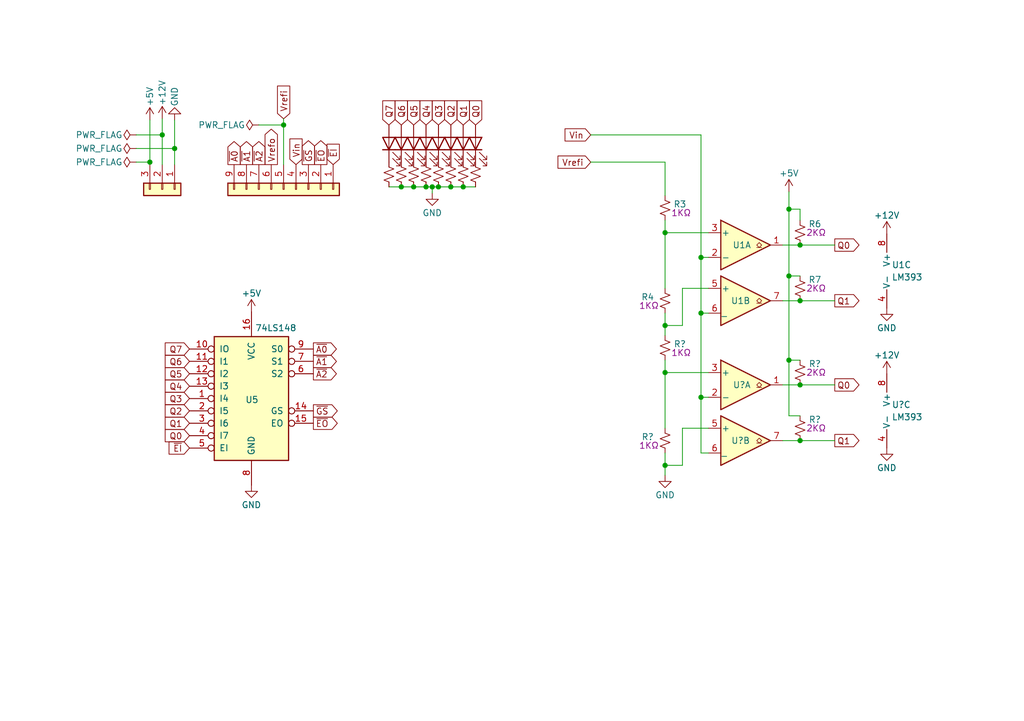
<source format=kicad_sch>
(kicad_sch (version 20211123) (generator eeschema)
  (paper "A5")
  (lib_symbols
    (symbol "74xx:74LS148" (pin_names (offset 1.016))
      (property "Reference" "U" (at -7.62 13.97 0))
      (property "Value" "74LS148" (at -7.62 -13.97 0))
      (symbol "74LS148_1_0"
        (pin input inverted (at -12.7 0 0) (length 5.08) (name "I4") (number "1"))
        (pin input inverted (at -12.7 10.16 0) (length 5.08) (name "IO") (number "10"))
        (pin input inverted (at -12.7 7.62 0) (length 5.08) (name "I1") (number "11"))
        (pin input inverted (at -12.7 5.08 0) (length 5.08) (name "I2") (number "12"))
        (pin input inverted (at -12.7 2.54 0) (length 5.08) (name "I3") (number "13"))
        (pin output inverted (at 12.7 -2.54 180) (length 5.08) (name "GS") (number "14"))
        (pin output inverted (at 12.7 -5.08 180) (length 5.08) (name "EO") (number "15"))
        (pin power_in line (at 0 17.78 270) (length 5.08) (name "VCC") (number "16"))
        (pin input inverted (at -12.7 -2.54 0) (length 5.08) (name "I5") (number "2"))
        (pin input inverted (at -12.7 -5.08 0) (length 5.08) (name "I6") (number "3"))
        (pin input inverted (at -12.7 -7.62 0) (length 5.08) (name "I7") (number "4"))
        (pin input inverted (at -12.7 -10.16 0) (length 5.08) (name "EI") (number "5"))
        (pin output inverted (at 12.7 5.08 180) (length 5.08) (name "S2") (number "6"))
        (pin output inverted (at 12.7 7.62 180) (length 5.08) (name "S1") (number "7"))
        (pin power_in line (at 0 -17.78 90) (length 5.08) (name "GND") (number "8"))
        (pin output inverted (at 12.7 10.16 180) (length 5.08) (name "S0") (number "9"))
      )
      (symbol "74LS148_1_1"
        (rectangle (start -7.62 12.7) (end 7.62 -12.7) (stroke (width 0.254)) (fill (type background)))
      )
    )
    (symbol "Comparator:LM393" (pin_names (offset 0.127))
      (property "Reference" "U" (at 3.81 3.81 0))
      (property "Value" "LM393" (at 6.35 -3.81 0))
      (symbol "LM393_1_1"
        (polyline (pts (xy -5.08 5.08) (xy 5.08 0) (xy -5.08 -5.08) (xy -5.08 5.08)) (stroke (width 0.254)) (fill (type background)))
        (polyline (pts (xy 3.302 -0.508) (xy 2.794 -0.508) (xy 3.302 0) (xy 2.794 0.508) (xy 2.286 0) (xy 2.794 -0.508) (xy 2.286 -0.508)) (stroke (width 0.127)))
        (pin open_collector line (at 7.62 0 180) (length 2.54) (name "~") (number "1"))
        (pin input line (at -7.62 -2.54 0) (length 2.54) (name "-") (number "2"))
        (pin input line (at -7.62 2.54 0) (length 2.54) (name "+") (number "3"))
      )
      (symbol "LM393_2_1"
        (polyline (pts (xy -5.08 5.08) (xy 5.08 0) (xy -5.08 -5.08) (xy -5.08 5.08)) (stroke (width 0.254)) (fill (type background)))
        (polyline (pts (xy 3.302 -0.508) (xy 2.794 -0.508) (xy 3.302 0) (xy 2.794 0.508) (xy 2.286 0) (xy 2.794 -0.508) (xy 2.286 -0.508)) (stroke (width 0.127)))
        (pin input line (at -7.62 2.54 0) (length 2.54) (name "+") (number "5"))
        (pin input line (at -7.62 -2.54 0) (length 2.54) (name "_") (number "6"))
        (pin open_collector line (at 7.62 0 180) (length 2.54) (name "~") (number "7"))
      )
      (symbol "LM393_3_1"
        (pin power_in line (at -2.54 -7.62 90) (length 3.81) (name "V-") (number "4"))
        (pin power_in line (at -2.54 7.62 270) (length 3.81) (name "V+") (number "8"))
      )
    )
    (symbol "Connector_Generic:Conn_01x03" (pin_names (offset 1.016) hide)
      (property "Reference" "J" (at 0 5.08 0))
      (property "Value" "Conn_01x03" (at 0 -5.08 0))
      (symbol "Conn_01x03_1_1"
        (rectangle (start -1.27 -2.413) (end 0 -2.667) (stroke (width 0.1524)))
        (rectangle (start -1.27 0.127) (end 0 -0.127) (stroke (width 0.1524)))
        (rectangle (start -1.27 2.667) (end 0 2.413) (stroke (width 0.1524)))
        (rectangle (start -1.27 3.81) (end 1.27 -3.81) (stroke (width 0.254)) (fill (type background)))
        (pin passive line (at -5.08 2.54 0) (length 3.81) (name "Pin_1") (number "1"))
        (pin passive line (at -5.08 0 0) (length 3.81) (name "Pin_2") (number "2"))
        (pin passive line (at -5.08 -2.54 0) (length 3.81) (name "Pin_3") (number "3"))
      )
    )
    (symbol "Connector_Generic:Conn_01x09" (pin_names (offset 1.016) hide)
      (property "Reference" "J" (at 0 12.7 0))
      (property "Value" "Conn_01x09" (at 0 -12.7 0))
      (symbol "Conn_01x09_1_1"
        (rectangle (start -1.27 -10.033) (end 0 -10.287) (stroke (width 0.1524)))
        (rectangle (start -1.27 -7.493) (end 0 -7.747) (stroke (width 0.1524)))
        (rectangle (start -1.27 -4.953) (end 0 -5.207) (stroke (width 0.1524)))
        (rectangle (start -1.27 -2.413) (end 0 -2.667) (stroke (width 0.1524)))
        (rectangle (start -1.27 0.127) (end 0 -0.127) (stroke (width 0.1524)))
        (rectangle (start -1.27 2.667) (end 0 2.413) (stroke (width 0.1524)))
        (rectangle (start -1.27 5.207) (end 0 4.953) (stroke (width 0.1524)))
        (rectangle (start -1.27 7.747) (end 0 7.493) (stroke (width 0.1524)))
        (rectangle (start -1.27 10.287) (end 0 10.033) (stroke (width 0.1524)))
        (rectangle (start -1.27 11.43) (end 1.27 -11.43) (stroke (width 0.254)) (fill (type background)))
        (pin passive line (at -5.08 10.16 0) (length 3.81) (name "Pin_1") (number "1"))
        (pin passive line (at -5.08 7.62 0) (length 3.81) (name "Pin_2") (number "2"))
        (pin passive line (at -5.08 5.08 0) (length 3.81) (name "Pin_3") (number "3"))
        (pin passive line (at -5.08 2.54 0) (length 3.81) (name "Pin_4") (number "4"))
        (pin passive line (at -5.08 0 0) (length 3.81) (name "Pin_5") (number "5"))
        (pin passive line (at -5.08 -2.54 0) (length 3.81) (name "Pin_6") (number "6"))
        (pin passive line (at -5.08 -5.08 0) (length 3.81) (name "Pin_7") (number "7"))
        (pin passive line (at -5.08 -7.62 0) (length 3.81) (name "Pin_8") (number "8"))
        (pin passive line (at -5.08 -10.16 0) (length 3.81) (name "Pin_9") (number "9"))
      )
    )
    (symbol "Device:LED" (pin_numbers hide) (pin_names (offset 1.016) hide)
      (property "Reference" "D" (at 0 2.54 0))
      (property "Value" "LED" (at 0 -2.54 0))
      (symbol "LED_0_1"
        (polyline (pts (xy -1.27 -1.27) (xy -1.27 1.27)) (stroke (width 0.254)))
        (polyline (pts (xy -1.27 0) (xy 1.27 0)))
        (polyline (pts (xy 1.27 -1.27) (xy 1.27 1.27) (xy -1.27 0) (xy 1.27 -1.27)) (stroke (width 0.254)))
        (polyline (pts (xy -3.048 -0.762) (xy -4.572 -2.286) (xy -3.81 -2.286) (xy -4.572 -2.286) (xy -4.572 -1.524)))
        (polyline (pts (xy -1.778 -0.762) (xy -3.302 -2.286) (xy -2.54 -2.286) (xy -3.302 -2.286) (xy -3.302 -1.524)))
      )
      (symbol "LED_1_1"
        (pin passive line (at -3.81 0 0) (length 2.54) (name "K") (number "1"))
        (pin passive line (at 3.81 0 180) (length 2.54) (name "A") (number "2"))
      )
    )
    (symbol "Device:R_Small_US" (pin_numbers hide) (pin_names (offset 0.254) hide)
      (property "Reference" "R" (at 0.762 0.508 0))
      (property "Value" "R_Small_US" (at 0.762 -1.016 0))
      (symbol "R_Small_US_1_1"
        (polyline (pts (xy 0 0) (xy 1.016 -0.381) (xy 0 -0.762) (xy -1.016 -1.143) (xy 0 -1.524)))
        (polyline (pts (xy 0 1.524) (xy 1.016 1.143) (xy 0 0.762) (xy -1.016 0.381) (xy 0 0)))
        (pin passive line (at 0 2.54 270) (length 1.016) (name "~") (number "1"))
        (pin passive line (at 0 -2.54 90) (length 1.016) (name "~") (number "2"))
      )
    )
    (symbol "power:+12V" (power) (pin_names (offset 0))
      (property "Value" "+12V" (at 0 3.556 0))
      (symbol "+12V_0_1"
        (polyline (pts (xy -0.762 1.27) (xy 0 2.54)))
        (polyline (pts (xy 0 0) (xy 0 2.54)))
        (polyline (pts (xy 0 2.54) (xy 0.762 1.27)))
      )
      (symbol "+12V_1_1"
        (pin power_in line (at 0 0 90) (length 0) hide (name "+12V") (number "1"))
      )
    )
    (symbol "power:+5V" (power) (pin_names (offset 0))
      (property "Value" "+5V" (at 0 3.556 0))
      (symbol "+5V_0_1"
        (polyline (pts (xy -0.762 1.27) (xy 0 2.54)))
        (polyline (pts (xy 0 0) (xy 0 2.54)))
        (polyline (pts (xy 0 2.54) (xy 0.762 1.27)))
      )
      (symbol "+5V_1_1"
        (pin power_in line (at 0 0 90) (length 0) hide (name "+5V") (number "1"))
      )
    )
    (symbol "power:GND" (power) (pin_names (offset 0))
      (property "Value" "GND" (at 0 -3.81 0))
      (symbol "GND_0_1"
        (polyline (pts (xy 0 0) (xy 0 -1.27) (xy 1.27 -1.27) (xy 0 -2.54) (xy -1.27 -1.27) (xy 0 -1.27)))
      )
      (symbol "GND_1_1"
        (pin power_in line (at 0 0 270) (length 0) hide (name "GND") (number "1"))
      )
    )
    (symbol "power:PWR_FLAG" (power) (pin_numbers hide) (pin_names (offset 0) hide)
      (property "Value" "PWR_FLAG" (at 0 3.81 0))
      (symbol "PWR_FLAG_0_0"
        (pin power_out line (at 0 0 90) (length 0) (name "pwr") (number "1"))
      )
      (symbol "PWR_FLAG_0_1"
        (polyline (pts (xy 0 0) (xy 0 1.27) (xy -1.016 1.905) (xy 0 2.54) (xy 1.016 1.905) (xy 0 1.27)))
      )
    )
  )
  (junction (at 35.814 30.48))
  (junction (at 143.764 81.534))
  (junction (at 136.398 76.454))
  (junction (at 136.398 95.504))
  (junction (at 136.398 66.802))
  (junction (at 136.398 47.752))
  (junction (at 164.084 50.292))
  (junction (at 58.166 25.654))
  (junction (at 164.084 90.424))
  (junction (at 164.084 61.722))
  (junction (at 161.798 42.926))
  (junction (at 33.274 27.686))
  (junction (at 161.798 56.642))
  (junction (at 84.836 38.354))
  (junction (at 164.084 78.994))
  (junction (at 161.798 73.914))
  (junction (at 30.734 33.274))
  (junction (at 94.996 38.354))
  (junction (at 143.764 64.262))
  (junction (at 82.296 38.354))
  (junction (at 87.376 38.354))
  (junction (at 92.456 38.354))
  (junction (at 143.764 52.832))
  (junction (at 88.646 38.354))
  (junction (at 89.916 38.354))
  (wire (pts (xy 139.954 66.802) (xy 136.398 66.802)))
  (wire (pts (xy 161.798 39.37) (xy 161.798 42.926)))
  (wire (pts (xy 143.764 27.686) (xy 143.764 52.832)))
  (wire (pts (xy 88.646 38.354) (xy 89.916 38.354)))
  (wire (pts (xy 121.158 27.686) (xy 143.764 27.686)))
  (wire (pts (xy 164.084 78.994) (xy 171.196 78.994)))
  (wire (pts (xy 164.084 73.914) (xy 161.798 73.914)))
  (wire (pts (xy 121.158 33.274) (xy 136.398 33.274)))
  (wire (pts (xy 160.528 61.722) (xy 164.084 61.722)))
  (wire (pts (xy 79.756 38.354) (xy 82.296 38.354)))
  (wire (pts (xy 161.798 42.926) (xy 164.084 42.926)))
  (wire (pts (xy 136.398 76.454) (xy 145.288 76.454)))
  (wire (pts (xy 145.288 59.182) (xy 139.954 59.182)))
  (wire (pts (xy 136.398 92.964) (xy 136.398 95.504)))
  (wire (pts (xy 92.456 38.354) (xy 94.996 38.354)))
  (wire (pts (xy 164.084 50.292) (xy 171.196 50.292)))
  (wire (pts (xy 88.646 39.624) (xy 88.646 38.354)))
  (wire (pts (xy 136.398 45.212) (xy 136.398 47.752)))
  (wire (pts (xy 82.296 38.354) (xy 84.836 38.354)))
  (wire (pts (xy 136.398 76.454) (xy 136.398 87.884)))
  (wire (pts (xy 30.734 33.274) (xy 30.734 33.782)))
  (wire (pts (xy 161.798 85.344) (xy 164.084 85.344)))
  (wire (pts (xy 136.398 66.802) (xy 136.398 68.834)))
  (wire (pts (xy 53.086 25.654) (xy 58.166 25.654)))
  (wire (pts (xy 143.764 81.534) (xy 143.764 92.964)))
  (wire (pts (xy 136.398 47.752) (xy 145.288 47.752)))
  (wire (pts (xy 136.398 73.914) (xy 136.398 76.454)))
  (wire (pts (xy 35.814 24.638) (xy 35.814 30.48)))
  (wire (pts (xy 145.288 52.832) (xy 143.764 52.832)))
  (wire (pts (xy 164.084 61.722) (xy 171.196 61.722)))
  (wire (pts (xy 35.814 30.48) (xy 35.814 33.782)))
  (wire (pts (xy 84.836 38.354) (xy 87.376 38.354)))
  (wire (pts (xy 30.734 24.638) (xy 30.734 33.274)))
  (wire (pts (xy 160.528 50.292) (xy 164.084 50.292)))
  (wire (pts (xy 58.166 25.654) (xy 58.166 33.782)))
  (wire (pts (xy 164.084 42.926) (xy 164.084 45.212)))
  (wire (pts (xy 136.398 47.752) (xy 136.398 59.182)))
  (wire (pts (xy 164.084 90.424) (xy 171.196 90.424)))
  (wire (pts (xy 136.398 95.504) (xy 136.398 97.536)))
  (wire (pts (xy 143.764 64.262) (xy 145.288 64.262)))
  (wire (pts (xy 160.528 90.424) (xy 164.084 90.424)))
  (wire (pts (xy 145.288 87.884) (xy 139.954 87.884)))
  (wire (pts (xy 161.798 73.914) (xy 161.798 56.642)))
  (wire (pts (xy 87.376 38.354) (xy 88.646 38.354)))
  (wire (pts (xy 161.798 56.642) (xy 164.084 56.642)))
  (wire (pts (xy 161.798 73.914) (xy 161.798 85.344)))
  (wire (pts (xy 139.954 59.182) (xy 139.954 66.802)))
  (wire (pts (xy 143.764 52.832) (xy 143.764 64.262)))
  (wire (pts (xy 145.288 81.534) (xy 143.764 81.534)))
  (wire (pts (xy 139.954 87.884) (xy 139.954 95.504)))
  (wire (pts (xy 30.734 33.274) (xy 27.94 33.274)))
  (wire (pts (xy 89.916 38.354) (xy 92.456 38.354)))
  (wire (pts (xy 161.798 42.926) (xy 161.798 56.642)))
  (wire (pts (xy 27.94 30.48) (xy 35.814 30.48)))
  (wire (pts (xy 143.764 92.964) (xy 145.288 92.964)))
  (wire (pts (xy 136.398 64.262) (xy 136.398 66.802)))
  (wire (pts (xy 27.94 27.686) (xy 33.274 27.686)))
  (wire (pts (xy 136.398 33.274) (xy 136.398 40.132)))
  (wire (pts (xy 160.528 78.994) (xy 164.084 78.994)))
  (wire (pts (xy 33.274 24.384) (xy 33.274 27.686)))
  (wire (pts (xy 143.764 64.262) (xy 143.764 81.534)))
  (wire (pts (xy 33.274 27.686) (xy 33.274 33.782)))
  (wire (pts (xy 94.996 38.354) (xy 97.536 38.354)))
  (wire (pts (xy 139.954 95.504) (xy 136.398 95.504)))
  (wire (pts (xy 58.166 24.384) (xy 58.166 25.654)))
  (global_label "Q1" (shape input) (at 94.996 25.654 90) (property "Intersheet References" "${INTERSHEET_REFS}" (effects hide)))
  (global_label "~{A2}" (shape output) (at 53.086 33.782 90) (property "Intersheet References" "${INTERSHEET_REFS}" (effects hide)))
  (global_label "Q6" (shape input) (at 82.296 25.654 90) (property "Intersheet References" "${INTERSHEET_REFS}" (effects hide)))
  (global_label "Q5" (shape input) (at 38.862 76.708 180) (property "Intersheet References" "${INTERSHEET_REFS}" (effects hide)))
  (global_label "Vrefi" (shape input) (at 121.158 33.274 180) (property "Intersheet References" "${INTERSHEET_REFS}" (effects hide)))
  (global_label "Q0" (shape output) (at 171.196 50.292 0) (property "Intersheet References" "${INTERSHEET_REFS}" (effects hide)))
  (global_label "Vin" (shape input) (at 121.158 27.686 180) (property "Intersheet References" "${INTERSHEET_REFS}" (effects hide)))
  (global_label "Q1" (shape output) (at 171.196 90.424 0) (property "Intersheet References" "${INTERSHEET_REFS}" (effects hide)))
  (global_label "Q0" (shape output) (at 171.196 78.994 0) (property "Intersheet References" "${INTERSHEET_REFS}" (effects hide)))
  (global_label "~{A0}" (shape output) (at 48.006 33.782 90) (property "Intersheet References" "${INTERSHEET_REFS}" (effects hide)))
  (global_label "~{EO}" (shape output) (at 64.262 86.868 0) (property "Intersheet References" "${INTERSHEET_REFS}" (effects hide)))
  (global_label "Q0" (shape input) (at 97.536 25.654 90) (property "Intersheet References" "${INTERSHEET_REFS}" (effects hide)))
  (global_label "~{A0}" (shape output) (at 64.262 71.628 0) (property "Intersheet References" "${INTERSHEET_REFS}" (effects hide)))
  (global_label "~{A1}" (shape output) (at 50.546 33.782 90) (property "Intersheet References" "${INTERSHEET_REFS}" (effects hide)))
  (global_label "Vrefi" (shape input) (at 58.166 24.384 90) (property "Intersheet References" "${INTERSHEET_REFS}" (effects hide)))
  (global_label "Q2" (shape input) (at 38.862 84.328 180) (property "Intersheet References" "${INTERSHEET_REFS}" (effects hide)))
  (global_label "~{EI}" (shape input) (at 68.326 33.782 90) (property "Intersheet References" "${INTERSHEET_REFS}" (effects hide)))
  (global_label "Q4" (shape input) (at 87.376 25.654 90) (property "Intersheet References" "${INTERSHEET_REFS}" (effects hide)))
  (global_label "Q7" (shape input) (at 38.862 71.628 180) (property "Intersheet References" "${INTERSHEET_REFS}" (effects hide)))
  (global_label "~{GS}" (shape output) (at 64.262 84.328 0) (property "Intersheet References" "${INTERSHEET_REFS}" (effects hide)))
  (global_label "~{GS}" (shape output) (at 63.246 33.782 90) (property "Intersheet References" "${INTERSHEET_REFS}" (effects hide)))
  (global_label "Q0" (shape input) (at 38.862 89.408 180) (property "Intersheet References" "${INTERSHEET_REFS}" (effects hide)))
  (global_label "Vin" (shape input) (at 60.706 33.782 90) (property "Intersheet References" "${INTERSHEET_REFS}" (effects hide)))
  (global_label "Q2" (shape input) (at 92.456 25.654 90) (property "Intersheet References" "${INTERSHEET_REFS}" (effects hide)))
  (global_label "Q5" (shape input) (at 84.836 25.654 90) (property "Intersheet References" "${INTERSHEET_REFS}" (effects hide)))
  (global_label "Q3" (shape input) (at 38.862 81.788 180) (property "Intersheet References" "${INTERSHEET_REFS}" (effects hide)))
  (global_label "Q1" (shape input) (at 38.862 86.868 180) (property "Intersheet References" "${INTERSHEET_REFS}" (effects hide)))
  (global_label "Q6" (shape input) (at 38.862 74.168 180) (property "Intersheet References" "${INTERSHEET_REFS}" (effects hide)))
  (global_label "Q1" (shape output) (at 171.196 61.722 0) (property "Intersheet References" "${INTERSHEET_REFS}" (effects hide)))
  (global_label "~{EO}" (shape output) (at 65.786 33.782 90) (property "Intersheet References" "${INTERSHEET_REFS}" (effects hide)))
  (global_label "Q4" (shape input) (at 38.862 79.248 180) (property "Intersheet References" "${INTERSHEET_REFS}" (effects hide)))
  (global_label "Q3" (shape input) (at 89.916 25.654 90) (property "Intersheet References" "${INTERSHEET_REFS}" (effects hide)))
  (global_label "~{A1}" (shape output) (at 64.262 74.168 0) (property "Intersheet References" "${INTERSHEET_REFS}" (effects hide)))
  (global_label "Q7" (shape input) (at 79.756 25.654 90) (property "Intersheet References" "${INTERSHEET_REFS}" (effects hide)))
  (global_label "~{A2}" (shape output) (at 64.262 76.708 0) (property "Intersheet References" "${INTERSHEET_REFS}" (effects hide)))
  (global_label "~{EI}" (shape input) (at 38.862 91.948 180) (property "Intersheet References" "${INTERSHEET_REFS}" (effects hide)))
  (global_label "Vrefo" (shape output) (at 55.626 33.782 90) (property "Intersheet References" "${INTERSHEET_REFS}" (effects hide)))
  (symbol (lib_id "Connector_Generic:Conn_01x03") (at 33.274 38.862 270) (unit 1)
    (property "Reference" "J1" (effects hide))
    (property "Value" "Conn_01x03" (effects hide))
    (property "Footprint" "Connector_PinHeader_2.54mm:PinHeader_1x03_P2.54mm_Vertical" (effects hide))
  )
  (symbol (lib_id "power:GND") (at 35.814 24.638 180) (unit 1)
    (property "Reference" "#PWR05" (effects hide))
    (property "Value" "GND" (at 35.814 17.78 90) (effects (justify left)))
  )
  (symbol (lib_id "Device:LED") (at 84.836 29.464 90) (unit 1)
    (property "Reference" "D3" (effects hide))
    (property "Value" "LED" (effects hide))
    (property "Footprint" "LED_SMD:LED_0805_2012Metric" (effects hide))
  )
  (symbol (lib_id "power:+12V") (at 33.274 24.384 0) (unit 1)
    (property "Reference" "#PWR04" (effects hide))
    (property "Value" "+12V" (at 33.274 19.05 90))
  )
  (symbol (lib_id "Comparator:LM393") (at 184.404 55.626 0) (unit 3)
    (property "Reference" "U1" (at 182.88 54.3559 0) (effects (justify left)))
    (property "Value" "LM393" (at 182.88 56.8959 0) (effects (justify left)))
    (property "Footprint" "Package_SO:SOIC-8_3.9x4.9mm_P1.27mm" (effects hide))
    (property "Datasheet" "http://www.ti.com/lit/ds/symlink/lm393.pdf" (effects hide))
  )
  (symbol (lib_id "power:GND") (at 181.864 91.948 0) (unit 1)
    (property "Reference" "#PWR?" (effects hide))
    (property "Value" "GND" (at 181.864 96.012 0))
  )
  (symbol (lib_id "power:GND") (at 88.646 39.624 0) (unit 1)
    (property "Reference" "#PWR07" (effects hide))
    (property "Value" "GND" (at 88.646 43.688 0))
  )
  (symbol (lib_id "power:GND") (at 51.562 99.568 0) (unit 1)
    (property "Reference" "#PWR020" (effects hide))
    (property "Value" "GND" (at 51.562 103.632 0))
  )
  (symbol (lib_id "Comparator:LM393") (at 152.908 90.424 0) (unit 2)
    (property "Reference" "U?" (at 151.892 90.424 0))
    (property "Value" "LM393" (effects hide))
    (property "Footprint" "Package_SO:SOIC-8_3.9x4.9mm_P1.27mm" (effects hide))
    (property "Datasheet" "http://www.ti.com/lit/ds/symlink/lm393.pdf" (effects hide))
  )
  (symbol (lib_id "Device:R_Small_US") (at 136.398 71.374 0) (unit 1)
    (property "Reference" "R?" (at 139.446 70.612 0))
    (property "Value" "R_Small_US" (effects hide))
    (property "Footprint" "Resistor_SMD:R_0805_2012Metric" (effects hide))
    (property "Field4" "1KΩ" (at 139.7 72.39 0))
  )
  (symbol (lib_id "power:+5V") (at 161.798 39.37 0) (unit 1)
    (property "Reference" "#PWR06" (effects hide))
    (property "Value" "+5V" (at 159.766 35.56 0) (effects (justify left)))
  )
  (symbol (lib_id "Device:R_Small_US") (at 164.084 47.752 180) (unit 1)
    (property "Reference" "R6" (at 167.132 45.974 0))
    (property "Value" "R_Small_US" (effects hide))
    (property "Footprint" "Resistor_SMD:R_0805_2012Metric" (effects hide))
    (property "Field4" "2KΩ" (at 167.386 47.752 0))
  )
  (symbol (lib_id "Comparator:LM393") (at 152.908 50.292 0) (unit 1)
    (property "Reference" "U1" (at 152.146 50.292 0))
    (property "Value" "LM393" (effects hide))
    (property "Footprint" "Package_SO:SOIC-8_3.9x4.9mm_P1.27mm" (effects hide))
    (property "Datasheet" "http://www.ti.com/lit/ds/symlink/lm393.pdf" (effects hide))
  )
  (symbol (lib_id "power:+12V") (at 181.864 76.708 0) (unit 1)
    (property "Reference" "#PWR?" (effects hide))
    (property "Value" "+12V" (at 181.864 72.898 0))
  )
  (symbol (lib_id "power:GND") (at 136.398 97.536 0) (unit 1)
    (property "Reference" "#PWR?" (effects hide))
    (property "Value" "GND" (at 136.398 101.6 0))
  )
  (symbol (lib_id "Device:R_Small_US") (at 94.996 35.814 0) (unit 1)
    (property "Reference" "R13" (effects hide))
    (property "Value" "R_Small_US" (effects hide))
    (property "Footprint" "Resistor_SMD:R_0805_2012Metric" (effects hide))
  )
  (symbol (lib_id "Comparator:LM393") (at 184.404 84.328 0) (unit 3)
    (property "Reference" "U?" (at 182.88 83.0579 0) (effects (justify left)))
    (property "Value" "LM393" (at 182.88 85.5979 0) (effects (justify left)))
    (property "Footprint" "Package_SO:SOIC-8_3.9x4.9mm_P1.27mm" (effects hide))
    (property "Datasheet" "http://www.ti.com/lit/ds/symlink/lm393.pdf" (effects hide))
  )
  (symbol (lib_id "Device:LED") (at 79.756 29.464 90) (unit 1)
    (property "Reference" "D1" (effects hide))
    (property "Value" "LED" (effects hide))
    (property "Footprint" "LED_SMD:LED_0805_2012Metric" (effects hide))
  )
  (symbol (lib_id "74xx:74LS148") (at 51.562 81.788 0) (unit 1)
    (property "Reference" "U5" (at 50.292 82.042 0) (effects (justify left)))
    (property "Value" "74LS148" (at 52.324 67.31 0) (effects (justify left)))
    (property "Footprint" "Package_SO:SOIC-16_3.9x9.9mm_P1.27mm" (effects hide))
    (property "Datasheet" "http://www.ti.com/lit/gpn/sn74LS148" (effects hide))
  )
  (symbol (lib_id "Comparator:LM393") (at 152.908 78.994 0) (unit 1)
    (property "Reference" "U?" (at 152.146 78.994 0))
    (property "Value" "LM393" (effects hide))
    (property "Footprint" "Package_SO:SOIC-8_3.9x4.9mm_P1.27mm" (effects hide))
    (property "Datasheet" "http://www.ti.com/lit/ds/symlink/lm393.pdf" (effects hide))
  )
  (symbol (lib_id "power:PWR_FLAG") (at 27.94 33.274 90) (unit 1)
    (property "Reference" "#FLG03" (effects hide))
    (property "Value" "PWR_FLAG" (at 25.146 33.274 90) (effects (justify left)))
  )
  (symbol (lib_id "power:+5V") (at 51.562 64.008 0) (unit 1)
    (property "Reference" "#PWR019" (effects hide))
    (property "Value" "+5V" (at 49.53 60.198 0) (effects (justify left)))
  )
  (symbol (lib_id "Device:R_Small_US") (at 92.456 35.814 0) (unit 1)
    (property "Reference" "R12" (effects hide))
    (property "Value" "R_Small_US" (effects hide))
    (property "Footprint" "Resistor_SMD:R_0805_2012Metric" (effects hide))
  )
  (symbol (lib_id "power:PWR_FLAG") (at 53.086 25.654 90) (unit 1)
    (property "Reference" "#FLG04" (effects hide))
    (property "Value" "PWR_FLAG" (at 50.292 25.654 90) (effects (justify left)))
  )
  (symbol (lib_id "Device:R_Small_US") (at 79.756 35.814 0) (unit 1)
    (property "Reference" "R5" (effects hide))
    (property "Value" "R_Small_US" (effects hide))
    (property "Footprint" "Resistor_SMD:R_0805_2012Metric" (effects hide))
  )
  (symbol (lib_id "Device:R_Small_US") (at 164.084 76.454 180) (unit 1)
    (property "Reference" "R?" (at 167.132 74.676 0))
    (property "Value" "R_Small_US" (effects hide))
    (property "Footprint" "Resistor_SMD:R_0805_2012Metric" (effects hide))
    (property "Field4" "2KΩ" (at 167.386 76.454 0))
  )
  (symbol (lib_id "power:+12V") (at 181.864 48.006 0) (unit 1)
    (property "Reference" "#PWR010" (effects hide))
    (property "Value" "+12V" (at 181.864 44.196 0))
  )
  (symbol (lib_id "Device:LED") (at 92.456 29.464 90) (unit 1)
    (property "Reference" "D6" (effects hide))
    (property "Value" "LED" (effects hide))
    (property "Footprint" "LED_SMD:LED_0805_2012Metric" (effects hide))
  )
  (symbol (lib_id "Device:LED") (at 82.296 29.464 90) (unit 1)
    (property "Reference" "D2" (effects hide))
    (property "Value" "LED" (effects hide))
    (property "Footprint" "LED_SMD:LED_0805_2012Metric" (effects hide))
  )
  (symbol (lib_id "power:PWR_FLAG") (at 27.94 27.686 90) (unit 1)
    (property "Reference" "#FLG01" (effects hide))
    (property "Value" "PWR_FLAG" (at 25.146 27.686 90) (effects (justify left)))
  )
  (symbol (lib_id "Device:R_Small_US") (at 136.398 61.722 0) (unit 1)
    (property "Reference" "R4" (at 132.842 60.96 0))
    (property "Value" "R_Small_US" (effects hide))
    (property "Footprint" "Resistor_SMD:R_0805_2012Metric" (effects hide))
    (property "Field4" "1KΩ" (at 133.096 62.738 0))
  )
  (symbol (lib_id "Device:LED") (at 87.376 29.464 90) (unit 1)
    (property "Reference" "D4" (effects hide))
    (property "Value" "LED" (effects hide))
    (property "Footprint" "LED_SMD:LED_0805_2012Metric" (effects hide))
  )
  (symbol (lib_id "Device:R_Small_US") (at 97.536 35.814 0) (unit 1)
    (property "Reference" "R14" (effects hide))
    (property "Value" "R_Small_US" (effects hide))
    (property "Footprint" "Resistor_SMD:R_0805_2012Metric" (effects hide))
  )
  (symbol (lib_id "Device:R_Small_US") (at 164.084 59.182 180) (unit 1)
    (property "Reference" "R7" (at 167.132 57.404 0))
    (property "Value" "R_Small_US" (effects hide))
    (property "Footprint" "Resistor_SMD:R_0805_2012Metric" (effects hide))
    (property "Field4" "2KΩ" (at 167.386 59.182 0))
  )
  (symbol (lib_id "Comparator:LM393") (at 152.908 61.722 0) (unit 2)
    (property "Reference" "U1" (at 151.892 61.722 0))
    (property "Value" "LM393" (effects hide))
    (property "Footprint" "Package_SO:SOIC-8_3.9x4.9mm_P1.27mm" (effects hide))
    (property "Datasheet" "http://www.ti.com/lit/ds/symlink/lm393.pdf" (effects hide))
  )
  (symbol (lib_id "Device:R_Small_US") (at 84.836 35.814 0) (unit 1)
    (property "Reference" "R9" (effects hide))
    (property "Value" "R_Small_US" (effects hide))
    (property "Footprint" "Resistor_SMD:R_0805_2012Metric" (effects hide))
  )
  (symbol (lib_id "Device:R_Small_US") (at 89.916 35.814 0) (unit 1)
    (property "Reference" "R11" (effects hide))
    (property "Value" "R_Small_US" (effects hide))
    (property "Footprint" "Resistor_SMD:R_0805_2012Metric" (effects hide))
  )
  (symbol (lib_id "Device:R_Small_US") (at 136.398 42.672 0) (unit 1)
    (property "Reference" "R3" (at 139.446 41.91 0))
    (property "Value" "R_Small_US" (effects hide))
    (property "Footprint" "Resistor_SMD:R_0805_2012Metric" (effects hide))
    (property "Field4" "1KΩ" (at 139.7 43.688 0))
  )
  (symbol (lib_id "Device:R_Small_US") (at 82.296 35.814 0) (unit 1)
    (property "Reference" "R8" (effects hide))
    (property "Value" "R_Small_US" (effects hide))
    (property "Footprint" "Resistor_SMD:R_0805_2012Metric" (effects hide))
  )
  (symbol (lib_id "power:GND") (at 181.864 63.246 0) (unit 1)
    (property "Reference" "#PWR011" (effects hide))
    (property "Value" "GND" (at 181.864 67.31 0))
  )
  (symbol (lib_id "Connector_Generic:Conn_01x09") (at 58.166 38.862 270) (unit 1)
    (property "Reference" "J2" (effects hide))
    (property "Value" "Conn_01x09" (effects hide))
    (property "Footprint" "Connector_PinHeader_2.54mm:PinHeader_1x09_P2.54mm_Vertical" (effects hide))
  )
  (symbol (lib_id "Device:R_Small_US") (at 87.376 35.814 0) (unit 1)
    (property "Reference" "R10" (effects hide))
    (property "Value" "R_Small_US" (effects hide))
    (property "Footprint" "Resistor_SMD:R_0805_2012Metric" (effects hide))
  )
  (symbol (lib_id "power:PWR_FLAG") (at 27.94 30.48 90) (unit 1)
    (property "Reference" "#FLG02" (effects hide))
    (property "Value" "PWR_FLAG" (at 25.146 30.48 90) (effects (justify left)))
  )
  (symbol (lib_id "Device:LED") (at 89.916 29.464 90) (unit 1)
    (property "Reference" "D5" (effects hide))
    (property "Value" "LED" (effects hide))
    (property "Footprint" "LED_SMD:LED_0805_2012Metric" (effects hide))
  )
  (symbol (lib_id "Device:LED") (at 94.996 29.464 90) (unit 1)
    (property "Reference" "D7" (effects hide))
    (property "Value" "LED" (effects hide))
    (property "Footprint" "LED_SMD:LED_0805_2012Metric" (effects hide))
  )
  (symbol (lib_id "Device:R_Small_US") (at 136.398 90.424 0) (unit 1)
    (property "Reference" "R?" (at 132.842 89.662 0))
    (property "Value" "R_Small_US" (effects hide))
    (property "Footprint" "Resistor_SMD:R_0805_2012Metric" (effects hide))
    (property "Field4" "1KΩ" (at 133.096 91.44 0))
  )
  (symbol (lib_id "Device:R_Small_US") (at 164.084 87.884 180) (unit 1)
    (property "Reference" "R?" (at 167.132 86.106 0))
    (property "Value" "R_Small_US" (effects hide))
    (property "Footprint" "Resistor_SMD:R_0805_2012Metric" (effects hide))
    (property "Field4" "2KΩ" (at 167.386 87.884 0))
  )
  (symbol (lib_id "power:+5V") (at 30.734 24.638 0) (unit 1)
    (property "Reference" "#PWR01" (effects hide))
    (property "Value" "+5V" (at 30.734 21.844 90) (effects (justify left)))
  )
  (symbol (lib_id "Device:LED") (at 97.536 29.464 90) (unit 1)
    (property "Reference" "D8" (effects hide))
    (property "Value" "LED" (effects hide))
    (property "Footprint" "LED_SMD:LED_0805_2012Metric" (effects hide))
  )
)
</source>
